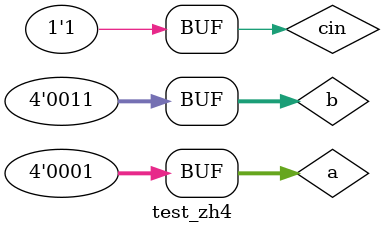
<source format=v>
`timescale 1ns/1ns
module test_zh4;
    reg cin;
    reg[3:0]a;
    reg[3:0]b;
    wire cout;
    wire y,y0,y1,y2;
Jfq u1(cin,a,b,cout,y,y0,y1,y2);
    initial
        begin
            cin=0;a=4'b0000;b=4'b0000;
            #100 a=4'b0010;b=4'b0001;
            #100 a=4'b1010;b=4'b0010;
            #100 cin=1;a=4'b0100;b=4'b0001;
            #100 cin=1;a=4'b0001;b=4'b0011;
        end
endmodule

</source>
